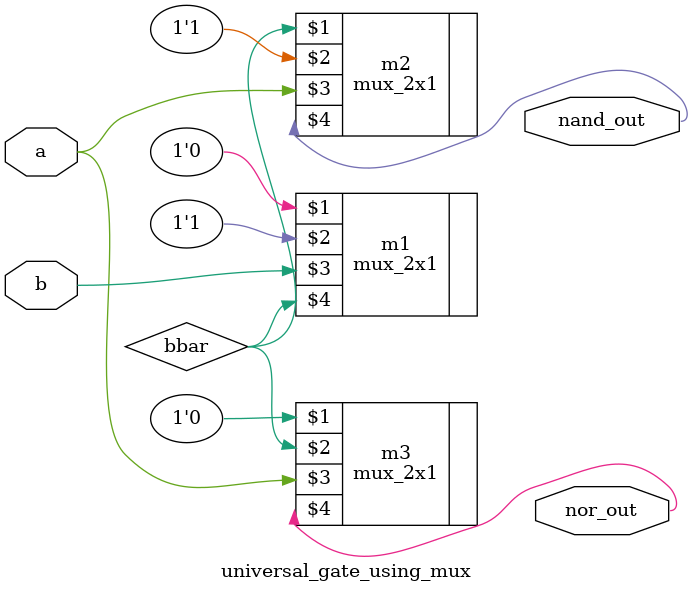
<source format=v>
`timescale 1ns / 1ps
module universal_gate_using_mux(
input a,b,
output nand_out,nor_out
    );
wire bbar;
 mux_2x1 m1(1'b0,1'b1,b,bbar);

 mux_2x1 m2(bbar,1'b1,a,nand_out);
 mux_2x1 m3(1'b0,bbar,a,nor_out);
endmodule

</source>
